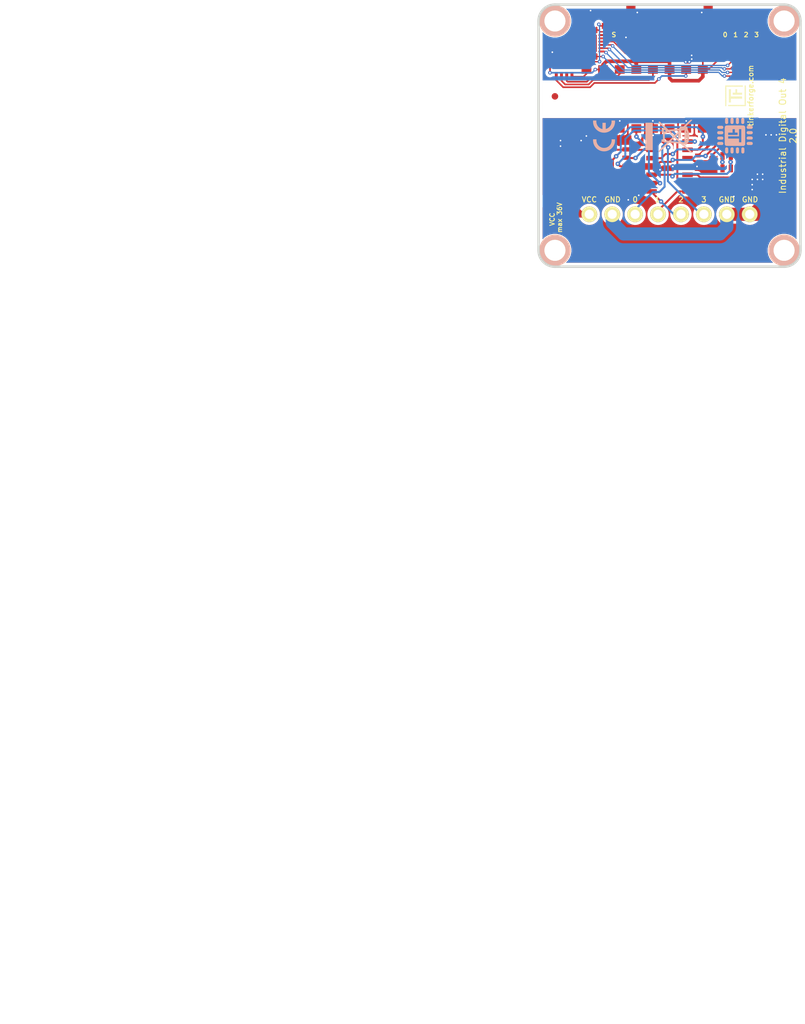
<source format=kicad_pcb>
(kicad_pcb (version 20221018) (generator pcbnew)
  (title_block (title "Industrial Digital Out 4 Bricklet 2.0") (date "2023-01-30") (rev "2.0") (company "Tinkerforge GmbH") (comment 1 "Licensed under CERN OHL v.1.1") (comment 2 "Copyright (©) 2023, T.Schneidermann <tim@tinkerforge.com>"))
  (layers (0 "F.Cu" signal "Front") (31 "B.Cu" signal "Back") (34 "B.Paste" user) (35 "F.Paste" user) (36 "B.SilkS" user "B.Silkscreen") (37 "F.SilkS" user "F.Silkscreen") (38 "B.Mask" user) (39 "F.Mask" user) (44 "Edge.Cuts" user))
  (net 0 "")
  (net 1 "3V3")
  (net 2 "AGND")
  (net 3 "GND")
  (net 4 "OUTPUT1")
  (net 5 "OUTPUT2")
  (net 6 "OUTPUT3")
  (net 7 "OUTPUT4")
  (net 8 "VPP")
  (net 9 "Net-(D1-Pad2)")
  (net 10 "Net-(P1-Pad1)")
  (net 11 "Net-(P1-Pad4)")
  (net 12 "Net-(P1-Pad5)")
  (net 13 "Net-(P1-Pad6)")
  (net 14 "Net-(P2-Pad2)")
  (net 15 "Net-(P2-Pad3)")
  (net 16 "Net-(P2-Pad4)")
  (net 17 "Net-(P2-Pad5)")
  (net 18 "Net-(P2-Pad6)")
  (net 19 "Net-(RP2-Pad1)")
  (net 20 "Net-(RP2-Pad2)")
  (net 21 "Net-(RP2-Pad3)")
  (net 22 "Net-(RP2-Pad4)")
  (net 23 "Net-(RP3-Pad1)")
  (net 24 "Net-(RP3-Pad2)")
  (net 25 "Net-(RP3-Pad3)")
  (net 26 "Net-(RP3-Pad4)")
  (net 27 "Net-(C4-Pad1)")
  (net 28 "Net-(D2-Pad2)")
  (net 29 "Net-(P3-Pad1)")
  (net 30 "Net-(P4-Pad2)")
  (net 31 "Net-(R2-Pad1)")
  (net 32 "S-MISO")
  (net 33 "S-MOSI")
  (net 34 "S-CLK")
  (net 35 "S-CS")
  (net 36 "Net-(U1-Pad3)")
  (net 37 "Net-(U1-Pad5)")
  (net 38 "Net-(U1-Pad6)")
  (net 39 "Net-(U1-Pad8)")
  (net 40 "Net-(U1-Pad4)")
  (net 41 "Net-(D3-Pad2)")
  (net 42 "Net-(D4-Pad2)")
  (net 43 "Net-(D5-Pad2)")
  (net 44 "Net-(D6-Pad2)")
  (net 45 "Net-(RP6-Pad1)")
  (net 46 "Net-(RP6-Pad2)")
  (net 47 "Net-(RP6-Pad3)")
  (net 48 "Net-(RP6-Pad4)")
  (net 49 "Net-(RP1-Pad1)")
  (net 50 "Net-(RP1-Pad2)")
  (net 51 "Net-(RP1-Pad3)")
  (net 52 "Net-(RP1-Pad4)")
  (net 53 "Net-(U1-Pad15)")
  (net 54 "Net-(U1-Pad16)")
  (footprint "kicad-libraries:Fiducial_Mark" (layer "F.Cu") (at 98.5 68)
    (fp_text reference "Fiducial_Mark" hide)
    (fp_text value "VAL**" hide)
  )
  (footprint "kicad-libraries:Fiducial_Mark" (layer "F.Cu") (at 133 44)
    (fp_text reference "Fiducial_Mark" hide)
    (fp_text value "VAL**" hide)
  )
  (footprint "kicad-libraries:Logo_31x31" (layer "F.Cu") (at 125.50106 53.5008 90)
    (fp_text reference "G***" hide)
    (fp_text value "Logo_31x31" hide)
  )
  (footprint "kicad-libraries:DEBUG_PAD" (layer "F.Cu") (at 105.5 40.2)
    (fp_text reference "P3")
    (fp_text value "DEBUG")
  )
  (footprint "kicad-libraries:QFN24-4x4mm-0.5mm" (layer "F.Cu") (at 104.6 43.9 -90)
    (fp_text reference "U1")
    (fp_text value "XMC1100")
  )
  (footprint "kicad-libraries:C0805" (layer "F.Cu") (at 118.9 44.5)
    (fp_text reference "C1")
    (fp_text value "10uF")
  )
  (footprint "kicad-libraries:C0805" (layer "F.Cu") (at 112.2 65.1 -90)
    (fp_text reference "C2")
    (fp_text value "100nF")
  )
  (footprint "kicad-libraries:ELKO_83" (layer "F.Cu") (at 101.9 62.2 -90)
    (fp_text reference "C3")
    (fp_text value "68µF/50V")
  )
  (footprint "kicad-libraries:C0402F" (layer "F.Cu") (at 111.6 43 180)
    (fp_text reference "C4")
    (fp_text value "220pF")
  )
  (footprint "kicad-libraries:C0603F" (layer "F.Cu") (at 118.9 46)
    (fp_text reference "C5")
    (fp_text value "1uF")
  )
  (footprint "kicad-libraries:C0603F" (layer "F.Cu") (at 99.8 44.5 180)
    (fp_text reference "C6")
    (fp_text value "100nF")
  )
  (footprint "kicad-libraries:MiniMelf" (layer "F.Cu") (at 132.5 60.8 90)
    (fp_text reference "D1")
    (fp_text value "Z12V")
  )
  (footprint "kicad-libraries:D0603F" (layer "F.Cu") (at 108.5 40.5 90)
    (fp_text reference "D2")
    (fp_text value "blue")
  )
  (footprint "kicad-libraries:D0603F" (layer "F.Cu") (at 125.5 40.5 -90)
    (fp_text reference "D3")
    (fp_text value "blue")
  )
  (footprint "kicad-libraries:D0603F" (layer "F.Cu") (at 127.1 40.5 -90)
    (fp_text reference "D4")
    (fp_text value "blue")
  )
  (footprint "kicad-libraries:D0603F" (layer "F.Cu") (at 128.7 40.5 -90)
    (fp_text reference "D5")
    (fp_text value "blue")
  )
  (footprint "kicad-libraries:D0603F" (layer "F.Cu") (at 130.3 40.5 -90)
    (fp_text reference "D6")
    (fp_text value "blue")
  )
  (footprint "kicad-libraries:CON-SENSOR2" (layer "F.Cu") (at 117 38 180)
    (fp_text reference "P1")
    (fp_text value "CON-SENSOR2")
  )
  (footprint "kicad-libraries:OQ_8P" (layer "F.Cu") (at 117 70)
    (fp_text reference "P2")
    (fp_text value "Digital Output")
  )
  (footprint "kicad-libraries:SolderJumper" (layer "F.Cu") (at 103.8 39.4 -90)
    (fp_text reference "P4")
    (fp_text value "BOOT")
  )
  (footprint "kicad-libraries:SOT23GDS" (layer "F.Cu") (at 132.2 66.7)
    (fp_text reference "Q1")
    (fp_text value "FDN5630")
  )
  (footprint "kicad-libraries:R0603F" (layer "F.Cu") (at 130.6 61.7 -90)
    (fp_text reference "R1")
    (fp_text value "100k")
  )
  (footprint "kicad-libraries:R0603F" (layer "F.Cu") (at 107.1 40.5 90)
    (fp_text reference "R2")
    (fp_text value "1k")
  )
  (footprint "kicad-libraries:0603X4" (layer "F.Cu") (at 100.9 48.1 180)
    (fp_text reference "RP1")
    (fp_text value "1k")
  )
  (footprint "kicad-libraries:1206X4" (layer "F.Cu") (at 108.8 62 90)
    (fp_text reference "RP2")
    (fp_text value "12k")
  )
  (footprint "kicad-libraries:1206X4" (layer "F.Cu") (at 127 59.5)
    (fp_text reference "RP3")
    (fp_text value "10k")
  )
  (footprint "kicad-libraries:1206X4" (layer "F.Cu") (at 127 64.6)
    (fp_text reference "RP4")
    (fp_text value "10k")
  )
  (footprint "kicad-libraries:4X0402" (layer "F.Cu") (at 111.8 44.7 90)
    (fp_text reference "RP5")
    (fp_text value "82")
  )
  (footprint "kicad-libraries:0603X4" (layer "F.Cu") (at 127.9 44.9 180)
    (fp_text reference "RP6")
    (fp_text value "1k")
  )
  (footprint "kicad-libraries:OPTO-SMD16" (layer "F.Cu") (at 113.2 52.4 180)
    (fp_text reference "U2")
    (fp_text value "LTV846S")
  )
  (footprint "kicad-libraries:SOP14" (layer "F.Cu") (at 116.99996 62.7 -90)
    (fp_text reference "U3")
    (fp_text value "OPA4171AIDR")
  )
  (footprint "kicad-libraries:DRILL_NP" (layer "F.Cu") (at 134.5 40.5)
    (fp_text reference "U4" hide)
    (fp_text value "DRILL" hide)
  )
  (footprint "kicad-libraries:DRILL_NP" (layer "F.Cu") (at 134.5 75.5)
    (fp_text reference "U5" hide)
    (fp_text value "DRILL" hide)
  )
  (footprint "kicad-libraries:DRILL_NP" (layer "F.Cu") (at 99.5 75.5)
    (fp_text reference "U6" hide)
    (fp_text value "DRILL" hide)
  )
  (footprint "kicad-libraries:DRILL_NP" (layer "F.Cu") (at 99.5 40.5)
    (fp_text reference "U7" hide)
    (fp_text value "DRILL" hide)
  )
  (footprint "kicad-libraries:Fiducial_Mark" (layer "F.Cu") (at 99.5 52)
    (fp_text reference "Fiducial_Mark" hide)
    (fp_text value "VAL**" hide)
  )
  (footprint "kicad-libraries:WEEE_7mm" (layer "B.Cu") (at 116.90106 58.1008 90)
    (fp_text reference "VAL" hide)
    (fp_text value "WEEE_7mm" hide)
  )
  (footprint "kicad-libraries:CE_5mm" (layer "B.Cu") (at 107.00106 58.0008 90)
    (fp_text reference "VAL" hide)
    (fp_text value "CE_5mm" hide)
  )
  (footprint "kicad-libraries:Logo_CoMCU" (layer "B.Cu") (at 127.00106 58.0008 90)
    (fp_text reference "G***" hide)
    (fp_text value "LOGO" hide)
  )
  (gr_arc (start 99.5 78) (mid 97.732233 77.267767) (end 97 75.5) (stroke (width 0.381)) (layer "Edge.Cuts"))
  (gr_line (start 99.5 38) (end 134.5 38) (stroke (width 0.381)) (layer "Edge.Cuts"))
  (gr_arc (start 137 75.5) (mid 136.267767 77.267767) (end 134.5 78) (stroke (width 0.381)) (layer "Edge.Cuts"))
  (gr_line (start 97 75.5) (end 97 40.5) (stroke (width 0.381)) (layer "Edge.Cuts"))
  (gr_arc (start 97 40.5) (mid 97.732233 38.732233) (end 99.5 38) (stroke (width 0.381)) (layer "Edge.Cuts"))
  (gr_line (start 134.5 78) (end 99.5 78) (stroke (width 0.381)) (layer "Edge.Cuts"))
  (gr_line (start 137 40.5) (end 137 75.5) (stroke (width 0.381)) (layer "Edge.Cuts"))
  (gr_arc (start 134.5 38) (mid 136.267767 38.732233) (end 137 40.5) (stroke (width 0.381)) (layer "Edge.Cuts"))
  (gr_text "GND" (at 125.75026 67.75102) (layer "F.SilkS") (effects (font (size 0.8001 0.8001) (thickness 0.14986))))
  (gr_text "S" (at 108.50106 42.6008) (layer "F.SilkS") (effects (font (size 0.7 0.7))))
  (gr_text "3" (at 122.25014 67.75102) (layer "F.SilkS") (effects (font (size 0.8001 0.8001) (thickness 0.14986))))
  (gr_text "0" (at 125.50106 42.6008) (layer "F.SilkS") (effects (font (size 0.7 0.7))))
  (gr_text "Industrial Digital Out 4\n2.0" (at 135.09106 58.0108 90) (layer "F.SilkS") (effects (font (size 1 1))))
  (gr_text "3\n" (at 130.29984 42.6008) (layer "F.SilkS") (effects (font (size 0.7 0.7))))
  (gr_text "GND" (at 129.30118 67.75102) (layer "F.SilkS") (effects (font (size 0.8001 0.8001) (thickness 0.14986))))
  (gr_text "VCC" (at 104.74954 67.75102) (layer "F.SilkS") (effects (font (size 0.8001 0.8001) (thickness 0.14986))))
  (gr_text "1" (at 115.15084 67.75102) (layer "F.SilkS") (effects (font (size 0.8001 0.8001) (thickness 0.14986))))
  (gr_text "GND" (at 108.30046 67.75102) (layer "F.SilkS") (effects (font (size 0.8001 0.8001) (thickness 0.14986))))
  (gr_text "0" (at 111.74978 67.75102) (layer "F.SilkS") (effects (font (size 0.8001 0.8001) (thickness 0.14986))))
  (gr_text "tinkerforge.com" (at 129.40106 51.9008 90) (layer "F.SilkS") (effects (font (size 0.8001 0.8001) (thickness 0.14986))))
  (gr_text "2" (at 118.75002 67.75102) (layer "F.SilkS") (effects (font (size 0.8001 0.8001) (thickness 0.14986))))
  (gr_text "1" (at 127.09984 42.6008) (layer "F.SilkS") (effects (font (size 0.7 0.7))))
  (gr_text "2" (at 128.69984 42.6008) (layer "F.SilkS") (effects (font (size 0.7 0.7))))
  (gr_text "VCC \nmax 36V" (at 99.64922 70.4993 90) (layer "F.SilkS") (effects (font (size 0.70104 0.70104) (thickness 0.14986))))
  (segment (start 128.69984 39.7508) (end 127.09984 39.7508) (width 0.55) (layer "F.Cu") (net 1))
  (segment (start 127.09984 39.7508) (end 125.49984 39.7508) (width 0.55) (layer "F.Cu") (net 1))
  (segment (start 117.40984 46.0008) (end 117.00758 46.40306) (width 0.55) (layer "F.Cu") (net 1))
  (segment (start 117.00758 46.40306) (end 117.00758 47.90092) (width 0.55) (layer "F.Cu") (net 1))
  (segment (start 118.24984 43.6308) (end 117.89908 43.98156) (width 0.55) (layer "F.Cu") (net 1))
  (segment (start 117.89908 43.98156) (end 117.89908 44.5008) (width 0.55) (layer "F.Cu") (net 1))
  (segment (start 117.89908 45.15004) (end 118.14984 45.4008) (width 0.55) (layer "F.Cu") (net 1))
  (segment (start 118.14984 45.4008) (end 118.14984 46.0008) (width 0.55) (layer "F.Cu") (net 1))
  (segment (start 106.85266 47.16798) (end 107.36984 46.6508) (width 0.55) (layer "F.Cu") (net 1))
  (segment (start 107.36984 46.6508) (end 111.61984 46.6508) (width 0.55) (layer "F.Cu") (net 1))
  (segment (start 111.61984 46.6508) (end 111.93266 46.96362) (width 0.55) (layer "F.Cu") (net 1))
  (segment (start 111.93266 46.96362) (end 111.93266 47.90092) (width 0.55) (layer "F.Cu") (net 1))
  (segment (start 116.75984 46.6508) (end 117.00758 46.40306) (width 0.55) (layer "F.Cu") (net 1))
  (segment (start 117.00758 49.22854) (end 117.38984 49.6108) (width 0.55) (layer "F.Cu") (net 1))
  (segment (start 117.38984 49.6108) (end 121.47984 49.6108) (width 0.55) (layer "F.Cu") (net 1))
  (segment (start 121.47984 49.6108) (end 122.08758 49.00306) (width 0.55) (layer "F.Cu") (net 1))
  (segment (start 122.08758 49.00306) (end 122.08758 47.90092) (width 0.55) (layer "F.Cu") (net 1))
  (segment (start 122.95972 47.90092) (end 124.51984 46.3408) (width 0.25) (layer "F.Cu") (net 1))
  (segment (start 124.51984 46.3408) (end 124.51984 40.1408) (width 0.25) (layer "F.Cu") (net 1))
  (segment (start 124.51984 40.1408) (end 124.90984 39.7508) (width 0.25) (layer "F.Cu") (net 1))
  (segment (start 124.90984 39.7508) (end 125.49984 39.7508) (width 0.25) (layer "F.Cu") (net 1))
  (segment (start 101.64984 44.1508) (end 101.26984 44.5308) (width 0.25) (layer "F.Cu") (net 1))
  (segment (start 101.26984 44.5308) (end 100.59984 44.5308) (width 0.25) (layer "F.Cu") (net 1))
  (segment (start 121.57984 41.2508) (end 122.08758 41.75854) (width 0.25) (layer "F.Cu") (net 1))
  (segment (start 122.08758 41.75854) (end 122.08758 47.90092) (width 0.25) (layer "F.Cu") (net 1))
  (segment (start 105.67094 47.90092) (end 105.66106 47.9108) (width 0.25) (layer "F.Cu") (net 1))
  (segment (start 98.74106 48.3908) (end 98.75106 48.3808) (width 0.25) (layer "F.Cu") (net 1))
  (segment (start 98.75106 48.3808) (end 98.75106 46.9308) (width 0.25) (layer "F.Cu") (net 1))
  (segment (start 98.75106 46.9308) (end 100.59984 45.08202) (width 0.25) (layer "F.Cu") (net 1))
  (segment (start 100.59984 45.08202) (end 100.59984 44.5308) (width 0.25) (layer "F.Cu") (net 1))
  (segment (start 111.61984 46.6508) (end 116.75984 46.6508) (width 0.55) (layer "F.Cu") (net 1))
  (segment (start 130.29984 39.7508) (end 128.69984 39.7508) (width 0.55) (layer "F.Cu") (net 1))
  (segment (start 102.57484 44.1508) (end 101.64984 44.1508) (width 0.25) (layer "F.Cu") (net 1))
  (segment (start 122.08758 47.90092) (end 122.95972 47.90092) (width 0.25) (layer "F.Cu") (net 1))
  (segment (start 108.49984 41.2508) (end 121.57984 41.2508) (width 0.25) (layer "F.Cu") (net 1))
  (segment (start 106.85266 47.90092) (end 106.85266 47.16798) (width 0.55) (layer "F.Cu") (net 1))
  (segment (start 118.24984 42.6008) (end 118.24984 43.6308) (width 0.55) (layer "F.Cu") (net 1))
  (segment (start 117.89908 44.5008) (end 117.89908 45.15004) (width 0.55) (layer "F.Cu") (net 1))
  (segment (start 118.14984 46.0008) (end 117.40984 46.0008) (width 0.55) (layer "F.Cu") (net 1))
  (segment (start 106.85266 47.90092) (end 105.67094 47.90092) (width 0.25) (layer "F.Cu") (net 1))
  (segment (start 117.00758 47.90092) (end 117.00758 49.22854) (width 0.55) (layer "F.Cu") (net 1))
  (via (at 98.74106 48.3908) (size 0.55) (drill 0.25) (layers "F.Cu" "B.Cu") (net 1))
  (via (at 105.66106 47.9108) (size 0.55) (drill 0.25) (layers "F.Cu" "B.Cu") (net 1))
  (segment (start 105.66106 47.9108) (end 105.18106 48.3908) (width 0.25) (layer "B.Cu") (net 1))
  (segment (start 105.18106 48.3908) (end 98.74106 48.3908) (width 0.25) (layer "B.Cu") (net 1))
  (segment (start 125.07706 66.92584) (end 125.07706 66.17654) (width 0.29972) (layer "F.Cu") (net 2))
  (segment (start 125.43012 67.2789) (end 125.07706 66.92584) (width 0.29972) (layer "F.Cu") (net 2))
  (segment (start 112.25016 66.15082) (end 112.25016 67.04998) (width 1.00076) (layer "F.Cu") (net 2))
  (segment (start 100.35026 58.74926) (end 101.89966 58.74926) (width 0.29972) (layer "F.Cu") (net 2))
  (segment (start 128.07934 66.17654) (end 128.88198 66.17654) (width 0.29972) (layer "F.Cu") (net 2))
  (segment (start 119.54758 56.8976) (end 119.54758 55.75206) (width 0.29972) (layer "F.Cu") (net 2))
  (segment (start 129.62874 66.22988) (end 129.62874 65.8819) (width 0.29972) (layer "F.Cu") (net 2))
  (segment (start 114.46758 55.7673) (end 114.46758 56.8976) (width 0.29972) (layer "F.Cu") (net 2))
  (segment (start 114.46758 57.91614) (end 114.46758 56.8976) (width 0.29972) (layer "F.Cu") (net 2))
  (segment (start 131.22894 63.88038) (end 131.22894 64.68048) (width 1.00076) (layer "F.Cu") (net 2))
  (segment (start 109.39266 56.8976) (end 109.39266 55.75714) (width 0.29972) (layer "F.Cu") (net 2))
  (segment (start 111.39926 67.10078) (end 110.70076 67.79928) (width 1.00076) (layer "F.Cu") (net 2))
  (segment (start 132.52942 57.8809) (end 132.52942 58.92992) (width 1.00076) (layer "F.Cu") (net 2))
  (segment (start 132.52942 57.8809) (end 133.32952 57.8809) (width 1.00076) (layer "F.Cu") (net 2))
  (segment (start 104.31266 58.03806) (end 104.31266 56.8976) (width 0.29972) (layer "F.Cu") (net 2))
  (segment (start 114.4498 55.74952) (end 114.46758 55.7673) (width 0.29972) (layer "F.Cu") (net 2))
  (segment (start 127.59166 67.2789) (end 126.82966 67.2789) (width 0.29972) (layer "F.Cu") (net 2))
  (segment (start 126.34706 67.26112) (end 126.32928 67.2789) (width 0.29972) (layer "F.Cu") (net 2))
  (segment (start 100.35026 59.60016) (end 100.35026 58.74926) (width 0.29972) (layer "F.Cu") (net 2))
  (segment (start 129.62874 65.48058) (end 129.62874 64.68048) (width 1.00076) (layer "F.Cu") (net 2))
  (segment (start 129.62874 64.68048) (end 130.42884 64.68048) (width 1.00076) (layer "F.Cu") (net 2))
  (segment (start 126.34706 66.17654) (end 126.34706 67.26112) (width 0.29972) (layer "F.Cu") (net 2))
  (segment (start 126.32928 67.2789) (end 125.43012 67.2789) (width 0.29972) (layer "F.Cu") (net 2))
  (segment (start 119.74824 62.69896) (end 121.20112 62.69896) (width 0.29972) (layer "F.Cu") (net 2))
  (segment (start 109.39266 55.75714) (end 109.40028 55.74952) (width 0.29972) (layer "F.Cu") (net 2))
  (segment (start 114.5006 57.94916) (end 114.46758 57.91614) (width 0.29972) (layer "F.Cu") (net 2))
  (segment (start 130.42884 63.88038) (end 131.22894 63.88038) (width 1.00076) (layer "F.Cu") (net 2))
  (segment (start 101.89966 58.74926) (end 103.49986 58.74926) (width 0.29972) (layer "F.Cu") (net 2))
  (segment (start 126.34706 66.17654) (end 127.61198 66.17654) (width 0.29972) (layer "F.Cu") (net 2))
  (segment (start 129.62874 65.8819) (end 129.3341 66.17654) (width 1.00076) (layer "F.Cu") (net 2))
  (segment (start 131.72932 57.8809) (end 132.52942 57.8809) (width 1.00076) (layer "F.Cu") (net 2))
  (segment (start 128.88198 67.02744) (end 128.88198 66.17654) (width 0.29972) (layer "F.Cu") (net 2))
  (segment (start 131.24164 65.66346) (end 131.24164 64.69318) (width 1.00076) (layer "F.Cu") (net 2))
  (segment (start 116.05 62.69896) (end 115.54962 63.19934) (width 0.29972) (layer "F.Cu") (net 2))
  (segment (start 130.42884 64.68048) (end 130.42884 63.88038) (width 1.00076) (layer "F.Cu") (net 2))
  (segment (start 128.6102 67.29922) (end 128.88198 67.02744) (width 0.29972) (layer "F.Cu") (net 2))
  (segment (start 112.30096 67.10078) (end 111.39926 67.10078) (width 1.00076) (layer "F.Cu") (net 2))
  (segment (start 129.3341 66.17654) (end 128.88198 66.17654) (width 1.00076) (layer "F.Cu") (net 2))
  (segment (start 131.24164 64.69318) (end 131.22894 64.68048) (width 1.00076) (layer "F.Cu") (net 2))
  (segment (start 117.50034 62.69896) (end 116.05 62.69896) (width 0.29972) (layer "F.Cu") (net 2))
  (segment (start 127.61198 66.17654) (end 128.07934 66.17654) (width 0.29972) (layer "F.Cu") (net 2))
  (segment (start 127.61198 67.29922) (end 127.59166 67.2789) (width 0.29972) (layer "F.Cu") (net 2))
  (segment (start 126.82966 67.2789) (end 126.32928 67.2789) (width 0.29972) (layer "F.Cu") (net 2))
  (segment (start 127.61198 67.29922) (end 128.6102 67.29922) (width 0.29972) (layer "F.Cu") (net 2))
  (segment (start 112.25016 67.04998) (end 112.30096 67.10078) (width 1.00076) (layer "F.Cu") (net 2))
  (segment (start 119.54758 55.75206) (end 119.55012 55.74952) (width 0.29972) (layer "F.Cu") (net 2))
  (segment (start 125.07706 66.17654) (end 126.34706 66.17654) (width 0.29972) (layer "F.Cu") (net 2))
  (segment (start 126.34706 67.26112) (end 126.32928 67.2789) (width 0.29972) (layer "F.Cu") (net 2))
  (segment (start 127.61198 66.17654) (end 127.61198 67.29922) (width 0.29972) (layer "F.Cu") (net 2))
  (segment (start 104.29996 58.05076) (end 104.31266 58.03806) (width 0.29972) (layer "F.Cu") (net 2))
  (via (at 131.22894 63.88038) (size 0.70104) (drill 0.24892) (layers "F.Cu" "B.Cu") (net 2))
  (via (at 132.52942 57.8809) (size 0.70104) (drill 0.24892) (layers "F.Cu" "B.Cu") (net 2))
  (via (at 114.5006 57.94916) (size 0.70104) (drill 0.24892) (layers "F.Cu" "B.Cu") (net 2))
  (via (at 117.50034 62.69896) (size 0.70104) (drill 0.24892) (layers "F.Cu" "B.Cu") (net 2))
  (via (at 129.62874 66.22988) (size 0.70104) (drill 0.24892) (layers "F.Cu" "B.Cu") (net 2))
  (via (at 126.82966 67.2789) (size 0.70104) (drill 0.24892) (layers "F.Cu" "B.Cu") (net 2))
  (via (at 109.40028 55.74952) (size 0.70104) (drill 0.24892) (layers "F.Cu" "B.Cu") (net 2))
  (via (at 100.35026 59.60016) (size 0.70104) (drill 0.24892) (layers "F.Cu" "B.Cu") (net 2))
  (via (at 100.35026 58.74926) (size 0.70104) (drill 0.24892) (layers "F.Cu" "B.Cu") (net 2))
  (via (at 104.29996 58.05076) (size 0.70104) (drill 0.24892) (layers "F.Cu" "B.Cu") (net 2))
  (via (at 119.55012 55.74952) (size 0.70104) (drill 0.24892) (layers "F.Cu" "B.Cu") (net 2))
  (via (at 130.42884 64.68048) (size 0.70104) (drill 0.24892) (layers "F.Cu" "B.Cu") (net 2))
  (via (at 130.42884 63.88038) (size 0.70104) (drill 0.24892) (layers "F.Cu" "B.Cu") (net 2))
  (via (at 133.32952 57.8809) (size 0.70104) (drill 0.24892) (layers "F.Cu" "B.Cu") (net 2))
  (via (at 129.62874 65.48058) (size 0.70104) (drill 0.24892) (layers "F.Cu" "B.Cu") (net 2))
  (via (at 131.22894 64.68048) (size 0.70104) (drill 0.24892) (layers "F.Cu" "B.Cu") (net 2))
  (via (at 110.70076 67.79928) (size 0.70104) (drill 0.24892) (layers "F.Cu" "B.Cu") (net 2))
  (via (at 129.62874 64.68048) (size 0.70104) (drill 0.24892) (layers "F.Cu" "B.Cu") (net 2))
  (via (at 103.49986 58.74926) (size 0.70104) (drill 0.24892) (layers "F.Cu" "B.Cu") (net 2))
  (via (at 112.30096 67.10078) (size 0.70104) (drill 0.24892) (layers "F.Cu" "B.Cu") (net 2))
  (via (at 121.20112 62.69896) (size 0.70104) (drill 0.24892) (layers "F.Cu" "B.Cu") (net 2))
  (via (at 115.54962 63.19934) (size 0.70104) (drill 0.24892) (layers "F.Cu" "B.Cu") (net 2))
  (via (at 114.4498 55.74952) (size 0.70104) (drill 0.24892) (layers "F.Cu" "B.Cu") (net 2))
  (via (at 131.72932 57.8809) (size 0.70104) (drill 0.24892) (layers "F.Cu" "B.Cu") (net 2))
  (segment (start 130.39804 55.74952) (end 132.52942 57.8809) (width 1) (layer "B.Cu") (net 2))
  (segment (start 104.19836 58.05076) (end 104.29996 58.05076) (width 0.29972) (layer "B.Cu") (net 2))
  (segment (start 128.14106 55.74952) (end 130.39804 55.74952) (width 1) (layer "B.Cu") (net 2))
  (segment (start 107.09904 58.05076) (end 104.29996 58.05076) (width 0.29972) (layer "B.Cu") (net 2))
  (segment (start 132.52942 57.8809) (end 132.52942 62.5799) (width 1.00076) (layer "B.Cu") (net 2))
  (segment (start 109.40028 55.74952) (end 114.4498 55.74952) (width 0.29972) (layer "B.Cu") (net 2))
  (segment (start 115.00098 62.6507) (end 115.00098 58.44954) (width 0.29972) (layer "B.Cu") (net 2))
  (segment (start 103.49986 65.19832) (end 103.49986 58.74926) (width 0.29972) (layer "B.Cu") (net 2))
  (segment (start 132.52942 62.5799) (end 131.22894 63.88038) (width 1.00076) (layer "B.Cu") (net 2))
  (segment (start 119.55012 55.74952) (end 114.4498 55.74952) (width 0.29972) (layer "B.Cu") (net 2))
  (segment (start 119.55012 55.74952) (end 128.14106 55.74952) (width 1.00076) (layer "B.Cu") (net 2))
  (segment (start 130.37804 55.72952) (end 132.52942 57.8809) (width 1.00076) (layer "B.Cu") (net 2))
  (segment (start 103.49986 58.74926) (end 104.19836 58.05076) (width 0.29972) (layer "B.Cu") (net 2))
  (segment (start 129.62874 65.48058) (end 129.62874 66.22988) (width 0.29972) (layer "B.Cu") (net 2))
  (segment (start 115.00098 58.44954) (end 114.5006 57.94916) (width 0.29972) (layer "B.Cu") (net 2))
  (segment (start 110.70076 67.79928) (end 106.10082 67.79928) (width 0.29972) (layer "B.Cu") (net 2))
  (segment (start 115.54962 63.19934) (end 115.00098 62.6507) (width 0.29972) (layer "B.Cu") (net 2))
  (segment (start 109.40028 55.74952) (end 107.09904 58.05076) (width 0.29972) (layer "B.Cu") (net 2))
  (segment (start 106.10082 67.79928) (end 103.49986 65.19832) (width 0.29972) (layer "B.Cu") (net 2))
  (segment (start 117.50034 62.69896) (end 121.20112 62.69896) (width 0.29972) (layer "B.Cu") (net 2))
  (segment (start 119.49984 43.5508) (end 119.9006 43.95156) (width 0.55) (layer "F.Cu") (net 3))
  (segment (start 119.9006 43.95156) (end 119.9006 44.5008) (width 0.55) (layer "F.Cu") (net 3))
  (segment (start 119.9006 45.25004) (end 119.64984 45.5008) (width 0.55) (layer "F.Cu") (net 3))
  (segment (start 119.64984 45.5008) (end 119.64984 46.0008) (width 0.55) (layer "F.Cu") (net 3))
  (segment (start 105.24984 43.2508) (end 105.24984 44.5508) (width 0.4) (layer "F.Cu") (net 3))
  (segment (start 105.24984 44.5508) (end 103.94984 44.5508) (width 0.4) (layer "F.Cu") (net 3))
  (segment (start 103.94984 44.5508) (end 103.94984 43.2508) (width 0.4) (layer "F.Cu") (net 3))
  (segment (start 103.54984 43.6508) (end 103.94984 43.2508) (width 0.25) (layer "F.Cu") (net 3))
  (segment (start 99.34984 43.6508) (end 99.09984 43.9008) (width 0.25) (layer "F.Cu") (net 3))
  (segment (start 99.09984 43.9008) (end 99.09984 44.5308) (width 0.25) (layer "F.Cu") (net 3))
  (segment (start 99.09984 45.25958) (end 99.10106 45.2608) (width 0.55) (layer "F.Cu") (net 3))
  (segment (start 104.15106 38.9108) (end 104.31106 39.0708) (width 0.2) (layer "F.Cu") (net 3))
  (segment (start 104.31106 39.0708) (end 104.31106 39.2408) (width 0.2) (layer "F.Cu") (net 3))
  (segment (start 104.31106 39.2408) (end 104.31106 39.1858) (width 0.2) (layer "F.Cu") (net 3))
  (segment (start 103.32106 38.9108) (end 103.19106 39.0408) (width 0.2) (layer "F.Cu") (net 3))
  (segment (start 103.19106 39.0408) (end 103.19106 39.2008) (width 0.2) (layer "F.Cu") (net 3))
  (segment (start 103.19106 39.2008) (end 103.21106 39.1858) (width 0.2) (layer "F.Cu") (net 3))
  (segment (start 120.13106 46.0008) (end 120.38106 45.7508) (width 0.55) (layer "F.Cu") (net 3))
  (segment (start 120.39106 46.3108) (end 120.08106 46.0008) (width 0.55) (layer "F.Cu") (net 3))
  (segment (start 120.03106 46.7208) (end 119.64984 46.33958) (width 0.55) (layer "F.Cu") (net 3))
  (segment (start 119.64984 46.55202) (end 119.47106 46.7308) (width 0.55) (layer "F.Cu") (net 3))
  (segment (start 120.02106 46.7308) (end 120.03106 46.7208) (width 0.55) (layer "F.Cu") (net 3))
  (segment (start 120.03106 46.6708) (end 120.39106 46.3108) (width 0.55) (layer "F.Cu") (net 3))
  (segment (start 120.38106 46.3008) (end 120.39106 46.3108) (width 0.55) (layer "F.Cu") (net 3))
  (segment (start 119.89984 45.7508) (end 119.64984 46.0008) (width 0.55) (layer "F.Cu") (net 3))
  (segment (start 111.09984 39.2008) (end 112.07984 39.2008) (width 0.55) (layer "F.Cu") (net 3))
  (segment (start 120.38106 45.7508) (end 120.38106 46.3008) (width 0.55) (layer "F.Cu") (net 3))
  (segment (start 119.64984 46.0008) (end 120.08106 46.0008) (width 0.55) (layer "F.Cu") (net 3))
  (segment (start 103.76106 38.9108) (end 104.94106 38.9108) (width 0.2) (layer "F.Cu") (net 3))
  (segment (start 119.9006 44.5008) (end 119.9006 45.25004) (width 0.55) (layer "F.Cu") (net 3))
  (segment (start 102.57484 43.6508) (end 99.34984 43.6508) (width 0.25) (layer "F.Cu") (net 3))
  (segment (start 119.64984 46.0008) (end 120.13106 46.0008) (width 0.55) (layer "F.Cu") (net 3))
  (segment (start 119.47106 46.17958) (end 119.47106 46.7308) (width 0.55) (layer "F.Cu") (net 3))
  (segment (start 99.09984 44.5308) (end 99.09984 45.25958) (width 0.55) (layer "F.Cu") (net 3))
  (segment (start 119.47106 46.7308) (end 120.02106 46.7308) (width 0.55) (layer "F.Cu") (net 3))
  (segment (start 120.38106 45.7508) (end 119.89984 45.7508) (width 0.55) (layer "F.Cu") (net 3))
  (segment (start 120.03106 46.7208) (end 120.03106 46.6708) (width 0.55) (layer "F.Cu") (net 3))
  (segment (start 103.94984 43.2508) (end 105.24984 43.2508) (width 0.4) (layer "F.Cu") (net 3))
  (segment (start 103.76106 38.9108) (end 104.15106 38.9108) (width 0.2) (layer "F.Cu") (net 3))
  (segment (start 103.76106 38.9108) (end 103.32106 38.9108) (width 0.2) (layer "F.Cu") (net 3))
  (segment (start 110.99984 43.0008) (end 110.34984 43.0008) (width 0.55) (layer "F.Cu") (net 3))
  (segment (start 119.64984 46.0008) (end 119.64984 46.33958) (width 0.55) (layer "F.Cu") (net 3))
  (segment (start 102.57484 43.6508) (end 103.54984 43.6508) (width 0.25) (layer "F.Cu") (net 3))
  (segment (start 119.49984 42.6008) (end 119.49984 43.5508) (width 0.55) (layer "F.Cu") (net 3))
  (segment (start 119.64984 46.55202) (end 119.64984 46.0008) (width 0.55) (layer "F.Cu") (net 3))
  (segment (start 122.89984 39.2008) (end 121.91984 39.2008) (width 0.55) (layer "F.Cu") (net 3))
  (via (at 104.94106 38.9108) (size 0.55) (drill 0.25) (layers "F.Cu" "B.Cu") (net 3))
  (via (at 112.07984 39.2008) (size 0.55) (drill 0.25) (layers "F.Cu" "B.Cu") (net 3))
  (via (at 121.91984 39.2008) (size 0.55) (drill 0.25) (layers "F.Cu" "B.Cu") (net 3))
  (via (at 120.38106 45.7508) (size 0.55) (drill 0.25) (layers "F.Cu" "B.Cu") (net 3))
  (via (at 120.03106 46.7208) (size 0.55) (drill 0.25) (layers "F.Cu" "B.Cu") (net 3))
  (via (at 119.47106 46.7308) (size 0.55) (drill 0.25) (layers "F.Cu" "B.Cu") (net 3))
  (via (at 99.10106 45.2608) (size 0.55) (drill 0.25) (layers "F.Cu" "B.Cu") (net 3))
  (via (at 110.34984 43.0008) (size 0.55) (drill 0.25) (layers "F.Cu" "B.Cu") (net 3))
  (via (at 120.39106 46.3108) (size 0.55) (drill 0.25) (layers "F.Cu" "B.Cu") (net 3))
  (segment (start 102.09872 46.62314) (end 102.32106 46.4008) (width 0.2) (layer "F.Cu") (net 4))
  (segment (start 102.32106 46.4008) (end 102.72106 46.4008) (width 0.2) (layer "F.Cu") (net 4))
  (segment (start 102.72106 46.4008) (end 103.14106 46.8208) (width 0.2) (layer "F.Cu") (net 4))
  (segment (start 103.14106 46.8208) (end 103.63106 46.8208) (width 0.2) (layer "F.Cu") (net 4))
  (segment (start 103.63106 46.8208) (end 103.84984 46.60202) (width 0.2) (layer "F.Cu") (net 4))
  (segment (start 103.84984 46.60202) (end 103.84984 45.9258) (width 0.2) (layer "F.Cu") (net 4))
  (segment (start 102.09872 47.2999) (end 102.09872 46.62314) (width 0.2) (layer "F.Cu") (net 4))
  (segment (start 102.14484 45.9258) (end 101.29862 46.77202) (width 0.2) (layer "F.Cu") (net 5))
  (segment (start 101.29862 46.77202) (end 101.29862 47.2999) (width 0.2) (layer "F.Cu") (net 5))
  (segment (start 103.34984 45.9258) (end 102.14484 45.9258) (width 0.2) (layer "F.Cu") (net 5))
  (segment (start 102.10106 45.1508) (end 100.50106 46.7508) (width 0.2) (layer "F.Cu") (net 6))
  (segment (start 100.50106 46.7508) (end 100.50106 47.2999) (width 0.2) (layer "F.Cu") (net 6))
  (segment (start 102.57484 45.1508) (end 102.10106 45.1508) (width 0.2) (layer "F.Cu") (net 6))
  (segment (start 99.70096 46.8509) (end 99.70096 47.2999) (width 0.2) (layer "F.Cu") (net 7))
  (segment (start 99.70096 46.8009) (end 101.85106 44.6508) (width 0.2) (layer "F.Cu") (net 7))
  (segment (start 101.85106 44.6508) (end 102.57484 44.6508) (width 0.2) (layer "F.Cu") (net 7))
  (segment (start 99.70096 47.2999) (end 99.70096 46.8009) (width 0.2) (layer "F.Cu") (net 7))
  (segment (start 124.52842 57.88344) (end 124.0002 58.41166) (width 0.3) (layer "F.Cu") (net 8))
  (segment (start 124.0002 58.41166) (end 124.0002 58.90166) (width 0.3) (layer "F.Cu") (net 8))
  (segment (start 126.1337 57.88344) (end 125.28534 57.88344) (width 0.29972) (layer "F.Cu") (net 8))
  (segment (start 130.6295 58.87912) (end 129.63382 57.88344) (width 0.29972) (layer "F.Cu") (net 8))
  (segment (start 113.10106 62.69896) (end 112.25016 63.54986) (width 1.00076) (layer "F.Cu") (net 8))
  (segment (start 101.89966 68.50032) (end 101.89966 65.7495) (width 1.00076) (layer "F.Cu") (net 8))
  (segment (start 126.34706 57.88344) (end 126.1337 57.88344) (width 0.29972) (layer "F.Cu") (net 8))
  (segment (start 107.15238 60.14626) (end 107.15238 61.41626) (width 0.50038) (layer "F.Cu") (net 8))
  (segment (start 128.88198 57.88344) (end 128.42478 57.88344) (width 0.29972) (layer "F.Cu") (net 8))
  (segment (start 107.15238 63.95118) (end 107.15238 64.45156) (width 0.50038) (layer "F.Cu") (net 8))
  (segment (start 107.15238 61.41626) (end 107.15238 62.68118) (width 0.50038) (layer "F.Cu") (net 8))
  (segment (start 103.4008 70.00146) (end 101.89966 68.50032) (width 1.00076) (layer "F.Cu") (net 8))
  (segment (start 112.2019 64.1493) (end 111.25194 65.09926) (width 1.00076) (layer "F.Cu") (net 8))
  (segment (start 117.19808 62.00046) (end 117.4978 61.70074) (width 0.29972) (layer "F.Cu") (net 8))
  (segment (start 115.59788 62.00046) (end 117.19808 62.00046) (width 0.29972) (layer "F.Cu") (net 8))
  (segment (start 104.74954 70.00146) (end 103.4008 70.00146) (width 1.00076) (layer "F.Cu") (net 8))
  (segment (start 125.07706 57.88344) (end 124.52842 57.88344) (width 0.3) (layer "F.Cu") (net 8))
  (segment (start 107.15238 62.68118) (end 107.15238 63.95118) (width 0.50038) (layer "F.Cu") (net 8))
  (segment (start 125.28534 57.88344) (end 125.07706 57.88344) (width 0.29972) (layer "F.Cu") (net 8))
  (segment (start 107.80008 65.09926) (end 107.14984 65.7495) (width 1.00076) (layer "F.Cu") (net 8))
  (segment (start 124.0002 59.59762) (end 124.0002 58.90166) (width 0.29972) (layer "F.Cu") (net 8))
  (segment (start 117.4978 61.70074) (end 117.50034 61.70074) (width 0.29972) (layer "F.Cu") (net 8))
  (segment (start 111.25194 65.09926) (end 107.80008 65.09926) (width 1.00076) (layer "F.Cu") (net 8))
  (segment (start 107.14984 65.7495) (end 101.89966 65.7495) (width 1.00076) (layer "F.Cu") (net 8))
  (segment (start 107.15238 64.45156) (end 107.80008 65.09926) (width 0.50038) (layer "F.Cu") (net 8))
  (segment (start 129.63382 57.88344) (end 128.88198 57.88344) (width 0.29972) (layer "F.Cu") (net 8))
  (segment (start 128.42478 57.88344) (end 127.61198 57.88344) (width 0.29972) (layer "F.Cu") (net 8))
  (segment (start 122.49906 61.09876) (end 124.0002 59.59762) (width 0.29972) (layer "F.Cu") (net 8))
  (segment (start 127.61198 57.88344) (end 126.34706 57.88344) (width 0.29972) (layer "F.Cu") (net 8))
  (segment (start 130.6295 60.88064) (end 130.6295 58.87912) (width 0.29972) (layer "F.Cu") (net 8))
  (segment (start 114.25168 62.69896) (end 113.10106 62.69896) (width 1.00076) (layer "F.Cu") (net 8))
  (segment (start 114.89938 62.69896) (end 115.59788 62.00046) (width 0.29972) (layer "F.Cu") (net 8))
  (segment (start 114.25168 62.69896) (end 114.89938 62.69896) (width 0.29972) (layer "F.Cu") (net 8))
  (segment (start 112.25016 63.54986) (end 112.25016 64.1493) (width 1.00076) (layer "F.Cu") (net 8))
  (segment (start 112.25016 64.1493) (end 112.2019 64.1493) (width 1.00076) (layer "F.Cu") (net 8))
  (via (at 117.50034 61.70074) (size 0.70104) (drill 0.24892) (layers "F.Cu" "B.Cu") (net 8))
  (via (at 122.49906 61.09876) (size 0.70104) (drill 0.24892) (layers "F.Cu" "B.Cu") (net 8))
  (segment (start 121.003 61.09876) (end 122.49906 61.09876) (width 0.29972) (layer "B.Cu") (net 8))
  (segment (start 120.40102 61.70074) (end 121.003 61.09876) (width 0.29972) (layer "B.Cu") (net 8))
  (segment (start 117.50034 61.70074) (end 120.40102 61.70074) (width 0.29972) (layer "B.Cu") (net 8))
  (segment (start 130.77682 62.62816) (end 130.6295 62.48084) (width 0.29972) (layer "F.Cu") (net 9))
  (segment (start 133.01964 65.66346) (end 133.01964 63.11838) (width 0.29972) (layer "F.Cu") (net 9))
  (segment (start 132.52942 62.62816) (end 130.77682 62.62816) (width 0.29972) (layer "F.Cu") (net 9))
  (segment (start 133.01964 63.11838) (end 132.52942 62.62816) (width 0.29972) (layer "F.Cu") (net 9))
  (segment (start 116.99984 44.2508) (end 115.80054 45.4501) (width 0.2) (layer "F.Cu") (net 11))
  (segment (start 115.80054 45.4501) (end 112.37484 45.4501) (width 0.2) (layer "F.Cu") (net 11))
  (segment (start 116.99984 42.6008) (end 116.99984 44.2508) (width 0.2) (layer "F.Cu") (net 11))
  (segment (start 115.74984 44.1508) (end 114.95092 44.94972) (width 0.2) (layer "F.Cu") (net 12))
  (segment (start 114.95092 44.94972) (end 112.37484 44.94972) (width 0.2) (layer "F.Cu") (net 12))
  (segment (start 115.74984 42.6008) (end 115.74984 44.1508) (width 0.2) (layer "F.Cu") (net 12))
  (segment (start 114.49984 43.9008) (end 113.94876 44.45188) (width 0.2) (layer "F.Cu") (net 13))
  (segment (start 113.94876 44.45188) (end 112.37484 44.45188) (width 0.2) (layer "F.Cu") (net 13))
  (segment (start 114.49984 42.6008) (end 114.49984 43.9008) (width 0.2) (layer "F.Cu") (net 13))
  (segment (start 129.25038 70.00146) (end 130.31464 70.00146) (width 1.99898) (layer "F.Cu") (net 14))
  (segment (start 129.84464 69.98146) (end 132.13064 67.69546) (width 1.99898) (layer "F.Cu") (net 14))
  (segment (start 125.75026 70.00146) (end 129.25038 70.00146) (width 1.99898) (layer "F.Cu") (net 14))
  (segment (start 125.75026 71.94964) (end 125.75026 70.00146) (width 1.99898) (layer "B.Cu") (net 14))
  (segment (start 109.99972 72.99866) (end 124.70124 72.99866) (width 1.99898) (layer "B.Cu") (net 14))
  (segment (start 108.24966 71.2486) (end 109.99972 72.99866) (width 1.99898) (layer "B.Cu") (net 14))
  (segment (start 108.24966 70.00146) (end 108.24966 71.2486) (width 1.99898) (layer "B.Cu") (net 14))
  (segment (start 124.70124 72.99866) (end 125.75026 71.94964) (width 1.99898) (layer "B.Cu") (net 14))
  (segment (start 120.8506 58.89912) (end 120.84298 58.8915) (width 0.29972) (layer "F.Cu") (net 15))
  (segment (start 120.84298 58.8915) (end 119.74824 58.8915) (width 0.29972) (layer "F.Cu") (net 15))
  (via (at 120.8506 58.89912) (size 0.70104) (drill 0.24892) (layers "F.Cu" "B.Cu") (net 15))
  (segment (start 114.44726 66.6004) (end 115.44802 66.6004) (width 0.29972) (layer "B.Cu") (net 15))
  (segment (start 111.74978 69.29788) (end 114.44726 66.6004) (width 0.29972) (layer "B.Cu") (net 15))
  (segment (start 115.90014 59.64842) (end 116.64944 58.89912) (width 0.29972) (layer "B.Cu") (net 15))
  (segment (start 111.74978 70.00146) (end 111.74978 69.29788) (width 0.29972) (layer "B.Cu") (net 15))
  (segment (start 116.64944 58.89912) (end 120.8506 58.89912) (width 0.29972) (layer "B.Cu") (net 15))
  (segment (start 115.90014 61.8506) (end 115.90014 59.64842) (width 0.29972) (layer "B.Cu") (net 15))
  (segment (start 116.25066 62.20112) (end 115.90014 61.8506) (width 0.29972) (layer "B.Cu") (net 15))
  (segment (start 115.44802 66.6004) (end 116.25066 65.79776) (width 0.29972) (layer "B.Cu") (net 15))
  (segment (start 116.25066 65.79776) (end 116.25066 62.20112) (width 0.29972) (layer "B.Cu") (net 15))
  (segment (start 115.2499 69.45028) (end 115.2499 70.00146) (width 0.29972) (layer "F.Cu") (net 16))
  (segment (start 118.19376 66.50642) (end 115.2499 69.45028) (width 0.29972) (layer "F.Cu") (net 16))
  (segment (start 119.74824 66.50642) (end 118.19376 66.50642) (width 0.29972) (layer "F.Cu") (net 16))
  (segment (start 115.69948 68.05074) (end 114.25168 66.60294) (width 0.29972) (layer "F.Cu") (net 17))
  (segment (start 114.25168 66.60294) (end 114.25168 66.50642) (width 0.29972) (layer "F.Cu") (net 17))
  (via (at 115.69948 68.05074) (size 0.70104) (drill 0.24892) (layers "F.Cu" "B.Cu") (net 17))
  (segment (start 117.6502 70.00146) (end 115.69948 68.05074) (width 0.29972) (layer "B.Cu") (net 17))
  (segment (start 118.75002 70.00146) (end 117.6502 70.00146) (width 0.29972) (layer "B.Cu") (net 17))
  (segment (start 116.7993 59.80082) (end 115.88998 58.8915) (width 0.29972) (layer "F.Cu") (net 18))
  (segment (start 115.88998 58.8915) (end 114.25168 58.8915) (width 0.29972) (layer "F.Cu") (net 18))
  (via (at 116.7993 59.80082) (size 0.70104) (drill 0.24892) (layers "F.Cu" "B.Cu") (net 18))
  (segment (start 116.75104 61.40102) (end 116.75104 61.0505) (width 0.29972) (layer "B.Cu") (net 18))
  (segment (start 122.25014 70.00146) (end 121.80056 70.00146) (width 0.29972) (layer "B.Cu") (net 18))
  (segment (start 121.80056 70.00146) (end 116.75104 64.95194) (width 0.29972) (layer "B.Cu") (net 18))
  (segment (start 116.75104 64.95194) (end 116.75104 61.40102) (width 0.29972) (layer "B.Cu") (net 18))
  (segment (start 116.75104 61.0505) (end 116.75104 59.84908) (width 0.29972) (layer "B.Cu") (net 18))
  (segment (start 116.75104 59.84908) (end 116.7993 59.80082) (width 0.29972) (layer "B.Cu") (net 18))
  (segment (start 109.15136 63.95118) (end 108.35126 63.15108) (width 0.29972) (layer "F.Cu") (net 19))
  (segment (start 122.08758 59.3614) (end 122.08758 58.14982) (width 0.29972) (layer "F.Cu") (net 19))
  (segment (start 110.3477 63.95118) (end 109.15136 63.95118) (width 0.29972) (layer "F.Cu") (net 19))
  (segment (start 122.10028 58.14982) (end 122.08758 58.14982) (width 0.29972) (layer "F.Cu") (net 19))
  (segment (start 122.08758 58.14982) (end 122.10028 58.14982) (width 0.29972) (layer "F.Cu") (net 19))
  (segment (start 108.35126 61.6474) (end 108.8491 61.14956) (width 0.29972) (layer "F.Cu") (net 19))
  (segment (start 121.28748 60.1615) (end 122.08758 59.3614) (width 0.29972) (layer "F.Cu") (net 19))
  (segment (start 108.35126 63.15108) (end 108.35126 61.6474) (width 0.29972) (layer "F.Cu") (net 19))
  (segment (start 122.10028 58.14982) (end 122.08758 58.14982) (width 0.29972) (layer "F.Cu") (net 19))
  (segment (start 119.74824 60.1615) (end 121.28748 60.1615) (width 0.29972) (layer "F.Cu") (net 19))
  (segment (start 122.08758 58.14982) (end 122.08758 56.8976) (width 0.29972) (layer "F.Cu") (net 19))
  (via (at 108.8491 61.14956) (size 0.70104) (drill 0.24892) (layers "F.Cu" "B.Cu") (net 19))
  (via (at 122.10028 58.14982) (size 0.70104) (drill 0.24892) (layers "F.Cu" "B.Cu") (net 19))
  (segment (start 111.00048 56.69948) (end 109.55014 58.14982) (width 0.29972) (layer "B.Cu") (net 19))
  (segment (start 113.79956 56.69948) (end 121.20112 56.69948) (width 0.29972) (layer "B.Cu") (net 19))
  (segment (start 113.79956 56.69948) (end 111.00048 56.69948) (width 0.29972) (layer "B.Cu") (net 19))
  (segment (start 109.55014 60.44852) (end 109.55014 58.14982) (width 0.29972) (layer "B.Cu") (net 19))
  (segment (start 121.20112 56.69948) (end 122.10028 57.59864) (width 0.29972) (layer "B.Cu") (net 19))
  (segment (start 108.8491 61.14956) (end 109.55014 60.44852) (width 0.29972) (layer "B.Cu") (net 19))
  (segment (start 122.10028 57.59864) (end 122.10028 58.14982) (width 0.29972) (layer "B.Cu") (net 19))
  (segment (start 118.19884 64.49982) (end 118.19884 58.08886) (width 0.29972) (layer "F.Cu") (net 20))
  (segment (start 118.19884 58.08886) (end 117.00758 56.8976) (width 0.29972) (layer "F.Cu") (net 20))
  (segment (start 118.93544 65.23642) (end 118.19884 64.49982) (width 0.29972) (layer "F.Cu") (net 20))
  (segment (start 118.19884 58.09902) (end 118.19884 58.08886) (width 0.29972) (layer "F.Cu") (net 20))
  (segment (start 109.48156 62.68118) (end 109.10056 62.30018) (width 0.29972) (layer "F.Cu") (net 20))
  (segment (start 119.74824 65.23642) (end 118.93544 65.23642) (width 0.29972) (layer "F.Cu") (net 20))
  (segment (start 110.3477 62.68118) (end 109.48156 62.68118) (width 0.29972) (layer "F.Cu") (net 20))
  (via (at 118.19884 58.09902) (size 0.70104) (drill 0.24892) (layers "F.Cu" "B.Cu") (net 20))
  (via (at 109.10056 62.30018) (size 0.70104) (drill 0.24892) (layers "F.Cu" "B.Cu") (net 20))
  (segment (start 110.25118 58.50034) (end 111.55166 57.19986) (width 0.29972) (layer "B.Cu") (net 20))
  (segment (start 117.29968 57.19986) (end 118.19884 58.09902) (width 0.29972) (layer "B.Cu") (net 20))
  (segment (start 110.25118 61.14956) (end 110.25118 58.50034) (width 0.29972) (layer "B.Cu") (net 20))
  (segment (start 109.10056 62.30018) (end 110.25118 61.14956) (width 0.29972) (layer "B.Cu") (net 20))
  (segment (start 111.55166 57.19986) (end 117.29968 57.19986) (width 0.29972) (layer "B.Cu") (net 20))
  (segment (start 111.93266 58.13204) (end 111.93266 56.8976) (width 0.29972) (layer "F.Cu") (net 21))
  (segment (start 115.53692 65.23642) (end 115.54962 65.24912) (width 0.29972) (layer "F.Cu") (net 21))
  (segment (start 111.95044 58.14982) (end 111.93266 58.13204) (width 0.29972) (layer "F.Cu") (net 21))
  (segment (start 110.3477 61.41626) (end 111.78534 61.41626) (width 0.29972) (layer "F.Cu") (net 21))
  (segment (start 114.25168 65.23642) (end 115.53692 65.23642) (width 0.29972) (layer "F.Cu") (net 21))
  (segment (start 111.78534 61.41626) (end 111.80058 61.40102) (width 0.29972) (layer "F.Cu") (net 21))
  (via (at 111.80058 61.40102) (size 0.70104) (drill 0.24892) (layers "F.Cu" "B.Cu") (net 21))
  (via (at 115.54962 65.24912) (size 0.70104) (drill 0.24892) (layers "F.Cu" "B.Cu") (net 21))
  (via (at 111.95044 58.14982) (size 0.70104) (drill 0.24892) (layers "F.Cu" "B.Cu") (net 21))
  (segment (start 113.85036 60.04974) (end 111.95044 58.14982) (width 0.29972) (layer "B.Cu") (net 21))
  (segment (start 113.85036 63.54986) (end 113.85036 60.04974) (width 0.29972) (layer "B.Cu") (net 21))
  (segment (start 115.54962 65.24912) (end 113.85036 63.54986) (width 0.29972) (layer "B.Cu") (net 21))
  (segment (start 113.79956 59.99894) (end 113.85036 60.04974) (width 0.29972) (layer "B.Cu") (net 21))
  (segment (start 111.80058 61.40102) (end 113.20266 59.99894) (width 0.29972) (layer "B.Cu") (net 21))
  (segment (start 113.20266 59.99894) (end 113.79956 59.99894) (width 0.29972) (layer "B.Cu") (net 21))
  (segment (start 108.89736 60.14626) (end 106.85266 58.10156) (width 0.29972) (layer "F.Cu") (net 22))
  (segment (start 110.36294 60.1615) (end 110.3477 60.14626) (width 0.29972) (layer "F.Cu") (net 22))
  (segment (start 114.25168 60.1615) (end 110.36294 60.1615) (width 0.29972) (layer "F.Cu") (net 22))
  (segment (start 106.85266 58.10156) (end 106.85266 56.8976) (width 0.29972) (layer "F.Cu") (net 22))
  (segment (start 110.3477 60.14626) (end 108.89736 60.14626) (width 0.29972) (layer "F.Cu") (net 22))
  (segment (start 115.76806 61.4315) (end 116.40052 60.79904) (width 0.29972) (layer "F.Cu") (net 23))
  (segment (start 125.0796 62.97868) (end 125.07706 62.98122) (width 0.29972) (layer "F.Cu") (net 23))
  (segment (start 125.0796 62.02872) (end 125.07706 62.02872) (width 0.29972) (layer "F.Cu") (net 23))
  (segment (start 114.25168 61.4315) (end 115.76806 61.4315) (width 0.29972) (layer "F.Cu") (net 23))
  (segment (start 125.0796 62.02872) (end 125.07706 62.02872) (width 0.29972) (layer "F.Cu") (net 23))
  (segment (start 116.40052 60.79904) (end 117.50034 60.79904) (width 0.29972) (layer "F.Cu") (net 23))
  (segment (start 125.07706 62.02872) (end 125.0796 62.02872) (width 0.29972) (layer "F.Cu") (net 23))
  (segment (start 125.0796 62.02872) (end 125.0796 62.97868) (width 0.29972) (layer "F.Cu") (net 23))
  (segment (start 125.0796 62.02872) (end 125.0796 61.0813) (width 0.29972) (layer "F.Cu") (net 23))
  (segment (start 125.0796 61.0813) (end 125.07706 61.07876) (width 0.29972) (layer "F.Cu") (net 23))
  (via (at 117.50034 60.79904) (size 0.70104) (drill 0.24892) (layers "F.Cu" "B.Cu") (net 23))
  (via (at 125.0796 62.02872) (size 0.70104) (drill 0.24892) (layers "F.Cu" "B.Cu") (net 23))
  (segment (start 124.15062 60.40124) (end 123.82992 60.08054) (width 0.29972) (layer "B.Cu") (net 23))
  (segment (start 122.86106 60.10054) (end 118.19884 60.10054) (width 0.29972) (layer "B.Cu") (net 23))
  (segment (start 123.8508 60.10054) (end 124.28106 60.5308) (width 0.3) (layer "B.Cu") (net 23))
  (segment (start 124.28106 60.5308) (end 124.28106 60.53168) (width 0.3) (layer "B.Cu") (net 23))
  (segment (start 124.28106 60.53168) (end 124.15062 60.40124) (width 0.29972) (layer "B.Cu") (net 23))
  (segment (start 118.19884 60.10054) (end 117.50034 60.79904) (width 0.29972) (layer "B.Cu") (net 23))
  (segment (start 122.86106 60.10054) (end 123.8508 60.10054) (width 0.3) (layer "B.Cu") (net 23))
  (segment (start 125.0796 62.02872) (end 125.0796 61.33022) (width 0.29972) (layer "B.Cu") (net 23))
  (segment (start 124.15062 60.40124) (end 123.82992 60.08054) (width 0.3) (layer "B.Cu") (net 23))
  (segment (start 125.0796 61.33022) (end 124.28106 60.53168) (width 0.29972) (layer "B.Cu") (net 23))
  (segment (start 126.32928 62.02872) (end 126.32928 62.96344) (width 0.29972) (layer "F.Cu") (net 24))
  (segment (start 114.25168 63.96642) (end 117.21586 63.96642) (width 0.29972) (layer "F.Cu") (net 24))
  (segment (start 117.21586 63.96642) (end 117.44954 64.2001) (width 0.29972) (layer "F.Cu") (net 24))
  (segment (start 126.32928 62.02872) (end 126.34706 62.02872) (width 0.29972) (layer "F.Cu") (net 24))
  (segment (start 126.34706 62.02872) (end 126.32928 62.02872) (width 0.29972) (layer "F.Cu") (net 24))
  (segment (start 126.32928 61.09654) (end 126.34706 61.07876) (width 0.29972) (layer "F.Cu") (net 24))
  (segment (start 126.32928 62.96344) (end 126.34706 62.98122) (width 0.29972) (layer "F.Cu") (net 24))
  (segment (start 126.32928 62.02872) (end 126.32928 61.09654) (width 0.29972) (layer "F.Cu") (net 24))
  (segment (start 126.32928 62.02872) (end 126.34706 62.02872) (width 0.29972) (layer "F.Cu") (net 24))
  (via (at 117.44954 64.2001) (size 0.70104) (drill 0.24892) (layers "F.Cu" "B.Cu") (net 24))
  (via (at 126.32928 62.02872) (size 0.70104) (drill 0.24892) (layers "F.Cu" "B.Cu") (net 24))
  (segment (start 117.82006 63.82958) (end 117.44954 64.2001) (width 0.3) (layer "B.Cu") (net 24))
  (segment (start 125.78064 63.82958) (end 117.82006 63.82958) (width 0.3) (layer "B.Cu") (net 24))
  (segment (start 126.32928 63.28094) (end 126.32928 62.02872) (width 0.29972) (layer "B.Cu") (net 24))
  (segment (start 117.44954 64.2001) (end 117.80006 63.84958) (width 0.29972) (layer "B.Cu") (net 24))
  (segment (start 125.78064 63.82958) (end 126.32928 63.28094) (width 0.29972) (layer "B.Cu") (net 24))
  (segment (start 125.29106 64.38076) (end 127.12938 64.38076) (width 0.29972) (layer "F.Cu") (net 25))
  (segment (start 121.6815 64.38076) (end 121.26716 63.96642) (width 0.3) (layer "F.Cu") (net 25))
  (segment (start 122.15106 64.38076) (end 121.6815 64.38076) (width 0.3) (layer "F.Cu") (net 25))
  (segment (start 127.61198 62.98122) (end 127.61198 61.07876) (width 0.29972) (layer "F.Cu") (net 25))
  (segment (start 121.26716 63.96642) (end 119.74824 63.96642) (width 0.29972) (layer "F.Cu") (net 25))
  (segment (start 127.61198 63.89816) (end 127.61198 62.98122) (width 0.29972) (layer "F.Cu") (net 25))
  (segment (start 127.12938 64.38076) (end 127.61198 63.89816) (width 0.29972) (layer "F.Cu") (net 25))
  (segment (start 125.29106 64.38076) (end 122.15106 64.38076) (width 0.3) (layer "F.Cu") (net 25))
  (segment (start 128.88198 60.07172) (end 128.54106 59.7308) (width 0.3) (layer "F.Cu") (net 26))
  (segment (start 128.54106 59.7308) (end 124.78106 59.7308) (width 0.3) (layer "F.Cu") (net 26))
  (segment (start 124.78106 59.7308) (end 123.24106 61.2708) (width 0.3) (layer "F.Cu") (net 26))
  (segment (start 123.24106 61.2708) (end 123.24106 61.5508) (width 0.3) (layer "F.Cu") (net 26))
  (segment (start 123.24106 61.5508) (end 122.893 61.89886) (width 0.3) (layer "F.Cu") (net 26))
  (segment (start 122.893 61.89886) (end 120.79726 61.89886) (width 0.29972) (layer "F.Cu") (net 26))
  (segment (start 128.88198 61.07876) (end 128.88198 62.98122) (width 0.29972) (layer "F.Cu") (net 26))
  (segment (start 128.88198 61.07876) (end 128.88198 60.07172) (width 0.3) (layer "F.Cu") (net 26))
  (segment (start 119.74824 61.4315) (end 120.3299 61.4315) (width 0.29972) (layer "F.Cu") (net 26))
  (segment (start 120.79726 61.89886) (end 120.3299 61.4315) (width 0.29972) (layer "F.Cu") (net 26))
  (segment (start 112.89984 43.0008) (end 113.24984 42.6508) (width 0.2) (layer "F.Cu") (net 27))
  (segment (start 113.24984 42.6508) (end 113.24984 42.6008) (width 0.2) (layer "F.Cu") (net 27))
  (segment (start 112.29984 43.8765) (end 112.37484 43.9515) (width 0.2) (layer "F.Cu") (net 27))
  (segment (start 112.29984 43.0008) (end 112.29984 43.8765) (width 0.2) (layer "F.Cu") (net 27))
  (segment (start 112.29984 43.0008) (end 112.89984 43.0008) (width 0.2) (layer "F.Cu") (net 27))
  (segment (start 108.49984 39.7508) (end 107.09984 39.7508) (width 0.55) (layer "F.Cu") (net 28))
  (segment (start 105.34984 40.37202) (end 105.51106 40.2108) (width 0.2) (layer "F.Cu") (net 29))
  (segment (start 105.34984 41.8758) (end 105.34984 40.37202) (width 0.2) (layer "F.Cu") (net 29))
  (segment (start 103.76106 40.2708) (end 102.48106 41.5508) (width 0.2) (layer "F.Cu") (net 30))
  (segment (start 102.48106 41.5508) (end 102.48106 42.55702) (width 0.2) (layer "F.Cu") (net 30))
  (segment (start 102.48106 42.55702) (end 102.57484 42.6508) (width 0.2) (layer "F.Cu") (net 30))
  (segment (start 103.76106 39.8908) (end 103.79106 39.9208) (width 0.2) (layer "F.Cu") (net 30))
  (segment (start 103.79106 39.9208) (end 103.76106 39.9608) (width 0.2) (layer "F.Cu") (net 30))
  (segment (start 103.76106 39.5608) (end 103.76106 39.8908) (width 0.2) (layer "F.Cu") (net 30))
  (segment (start 103.76106 39.5608) (end 103.76106 40.2708) (width 0.2) (layer "F.Cu") (net 30))
  (segment (start 106.44106 41.2508) (end 106.20106 41.0108) (width 0.2) (layer "F.Cu") (net 31))
  (segment (start 106.31106 46.7008) (end 106.30106 46.7108) (width 0.2) (layer "F.Cu") (net 31))
  (segment (start 106.30106 46.7108) (end 105.50106 46.7108) (width 0.2) (layer "F.Cu") (net 31))
  (segment (start 105.50106 46.7108) (end 105.34984 46.55958) (width 0.2) (layer "F.Cu") (net 31))
  (segment (start 105.34984 46.55958) (end 105.34984 45.9258) (width 0.2) (layer "F.Cu") (net 31))
  (segment (start 107.09984 41.2508) (end 106.44106 41.2508) (width 0.2) (layer "F.Cu") (net 31))
  (via (at 106.20106 41.0108) (size 0.55) (drill 0.25) (layers "F.Cu" "B.Cu") (net 31))
  (via (at 106.31106 46.7008) (size 0.55) (drill 0.25) (layers "F.Cu" "B.Cu") (net 31))
  (segment (start 106.20106 41.0108) (end 106.31106 41.1208) (width 0.2) (layer "B.Cu") (net 31))
  (segment (start 106.31106 41.1208) (end 106.31106 46.7008) (width 0.2) (layer "B.Cu") (net 31))
  (segment (start 110.50054 43.9515) (end 108.69984 42.1508) (width 0.2) (layer "F.Cu") (net 32))
  (segment (start 108.69984 42.1508) (end 106.39984 42.1508) (width 0.2) (layer "F.Cu") (net 32))
  (segment (start 106.39984 42.1508) (end 106.12484 41.8758) (width 0.2) (layer "F.Cu") (net 32))
  (segment (start 106.12484 41.8758) (end 105.84984 41.8758) (width 0.2) (layer "F.Cu") (net 32))
  (segment (start 111.22484 43.9515) (end 110.50054 43.9515) (width 0.2) (layer "F.Cu") (net 32))
  (segment (start 108.54984 42.6508) (end 110.35092 44.45188) (width 0.2) (layer "F.Cu") (net 33))
  (segment (start 110.35092 44.45188) (end 111.22484 44.45188) (width 0.2) (layer "F.Cu") (net 33))
  (segment (start 106.62484 42.6508) (end 108.54984 42.6508) (width 0.2) (layer "F.Cu") (net 33))
  (segment (start 108.49984 43.1508) (end 110.29876 44.94972) (width 0.2) (layer "F.Cu") (net 34))
  (segment (start 110.29876 44.94972) (end 111.22484 44.94972) (width 0.2) (layer "F.Cu") (net 34))
  (segment (start 106.62484 43.1508) (end 108.49984 43.1508) (width 0.2) (layer "F.Cu") (net 34))
  (segment (start 108.44984 43.6508) (end 110.24914 45.4501) (width 0.2) (layer "F.Cu") (net 35))
  (segment (start 110.24914 45.4501) (end 111.22484 45.4501) (width 0.2) (layer "F.Cu") (net 35))
  (segment (start 106.62484 43.6508) (end 108.44984 43.6508) (width 0.2) (layer "F.Cu") (net 35))
  (segment (start 126.69218 43.71192) (end 126.35106 43.3708) (width 0.2) (layer "F.Cu") (net 41))
  (segment (start 126.35106 43.3708) (end 125.81106 43.3708) (width 0.2) (layer "F.Cu") (net 41))
  (segment (start 125.81106 43.3708) (end 125.49984 43.05958) (width 0.2) (layer "F.Cu") (net 41))
  (segment (start 125.49984 43.05958) (end 125.49984 41.2508) (width 0.2) (layer "F.Cu") (net 41))
  (segment (start 126.69218 44.0999) (end 126.69218 43.71192) (width 0.2) (layer "F.Cu") (net 41))
  (segment (start 127.49228 43.58202) (end 127.09984 43.18958) (width 0.2) (layer "F.Cu") (net 42))
  (segment (start 127.09984 43.18958) (end 127.09984 41.2508) (width 0.2) (layer "F.Cu") (net 42))
  (segment (start 127.49228 44.0999) (end 127.49228 43.58202) (width 0.2) (layer "F.Cu") (net 42))
  (segment (start 128.28984 43.55202) (end 128.69984 43.14202) (width 0.2) (layer "F.Cu") (net 43))
  (segment (start 128.69984 43.14202) (end 128.69984 41.2508) (width 0.2) (layer "F.Cu") (net 43))
  (segment (start 128.28984 44.0999) (end 128.28984 43.55202) (width 0.2) (layer "F.Cu") (net 43))
  (segment (start 129.08994 43.59192) (end 129.35106 43.3308) (width 0.2) (layer "F.Cu") (net 44))
  (segment (start 129.35106 43.3308) (end 130.04106 43.3308) (width 0.2) (layer "F.Cu") (net 44))
  (segment (start 130.04106 43.3308) (end 130.29984 43.07202) (width 0.2) (layer "F.Cu") (net 44))
  (segment (start 130.29984 43.07202) (end 130.29984 41.2508) (width 0.2) (layer "F.Cu") (net 44))
  (segment (start 129.08994 44.0999) (end 129.08994 43.59192) (width 0.2) (layer "F.Cu") (net 44))
  (segment (start 108.15984 44.1508) (end 108.30984 44.3008) (width 0.2) (layer "F.Cu") (net 45))
  (segment (start 126.69045 46.48019) (end 126.70096 46.46968) (width 0.2) (layer "F.Cu") (net 45))
  (segment (start 126.69045 45.80343) (end 126.69218 45.8017) (width 0.2) (layer "F.Cu") (net 45))
  (segment (start 125.87106 47.2808) (end 125.88045 47.29019) (width 0.2) (layer "F.Cu") (net 45))
  (segment (start 125.88045 47.29019) (end 126.69045 46.48019) (width 0.2) (layer "F.Cu") (net 45))
  (segment (start 126.69045 46.48019) (end 126.69045 45.80343) (width 0.2) (layer "F.Cu") (net 45))
  (segment (start 126.69045 45.80343) (end 126.69218 45.8017) (width 0.2) (layer "F.Cu") (net 45))
  (segment (start 126.69045 46.48019) (end 126.69045 45.80343) (width 0.2) (layer "F.Cu") (net 45))
  (segment (start 106.62484 44.1508) (end 108.15984 44.1508) (width 0.2) (layer "F.Cu") (net 45))
  (via (at 108.30984 44.3008) (size 0.55) (drill 0.25) (layers "F.Cu" "B.Cu") (net 45))
  (via (at 125.87106 47.2808) (size 0.55) (drill 0.25) (layers "F.Cu" "B.Cu") (net 45))
  (segment (start 108.30984 44.31958) (end 111.27106 47.2808) (width 0.2) (layer "B.Cu") (net 45))
  (segment (start 111.27106 47.2808) (end 125.87106 47.2808) (width 0.2) (layer "B.Cu") (net 45))
  (segment (start 108.30984 44.3008) (end 108.30984 44.31958) (width 0.2) (layer "B.Cu") (net 45))
  (segment (start 107.62984 44.6508) (end 107.81984 44.8408) (width 0.2) (layer "F.Cu") (net 46))
  (segment (start 127.50106 46.58958) (end 127.50106 46.3317) (width 0.2) (layer "F.Cu") (net 46))
  (segment (start 127.50106 45.81048) (end 127.49228 45.8017) (width 0.2) (layer "F.Cu") (net 46))
  (segment (start 127.50106 46.58958) (end 127.50106 45.81048) (width 0.2) (layer "F.Cu") (net 46))
  (segment (start 127.50106 45.81048) (end 127.49228 45.8017) (width 0.2) (layer "F.Cu") (net 46))
  (segment (start 125.39106 47.8108) (end 126.27984 47.8108) (width 0.2) (layer "F.Cu") (net 46))
  (segment (start 126.27984 47.8108) (end 126.33106 47.75958) (width 0.2) (layer "F.Cu") (net 46))
  (segment (start 126.33106 47.75958) (end 127.50106 46.58958) (width 0.2) (layer "F.Cu") (net 46))
  (segment (start 127.50106 46.58958) (end 127.50106 45.81048) (width 0.2) (layer "F.Cu") (net 46))
  (segment (start 106.62484 44.6508) (end 107.62984 44.6508) (width 0.2) (layer "F.Cu") (net 46))
  (via (at 125.39106 47.8108) (size 0.55) (drill 0.25) (layers "F.Cu" "B.Cu") (net 46))
  (via (at 107.81984 44.8408) (size 0.55) (drill 0.25) (layers "F.Cu" "B.Cu") (net 46))
  (segment (start 107.84106 44.8408) (end 110.630922 47.630662) (width 0.2) (layer "B.Cu") (net 46))
  (segment (start 110.630922 47.630662) (end 124.47106 47.630662) (width 0.2) (layer "B.Cu") (net 46))
  (segment (start 124.990922 47.630662) (end 125.17106 47.8108) (width 0.2) (layer "B.Cu") (net 46))
  (segment (start 125.17106 47.8108) (end 125.39106 47.8108) (width 0.2) (layer "B.Cu") (net 46))
  (segment (start 124.47106 47.630662) (end 124.990922 47.630662) (width 0.2) (layer "B.Cu") (net 46))
  (segment (start 107.81984 44.8408) (end 107.84106 44.8408) (width 0.2) (layer "B.Cu") (net 46))
  (segment (start 107.13984 45.1508) (end 107.29984 45.3108) (width 0.2) (layer "F.Cu") (net 47))
  (segment (start 128.29862 46.70202) (end 128.29862 46.4917) (width 0.2) (layer "F.Cu") (net 47))
  (segment (start 128.29862 45.81048) (end 128.28984 45.8017) (width 0.2) (layer "F.Cu") (net 47))
  (segment (start 125.87106 48.3508) (end 125.88106 48.3408) (width 0.2) (layer "F.Cu") (net 47))
  (segment (start 125.88106 48.3408) (end 126.65984 48.3408) (width 0.2) (layer "F.Cu") (net 47))
  (segment (start 126.65984 48.3408) (end 128.29862 46.70202) (width 0.2) (layer "F.Cu") (net 47))
  (segment (start 106.62484 45.1508) (end 107.13984 45.1508) (width 0.2) (layer "F.Cu") (net 47))
  (segment (start 128.29862 46.70202) (end 128.29862 45.81048) (width 0.2) (layer "F.Cu") (net 47))
  (via (at 107.29984 45.3108) (size 0.55) (drill 0.25) (layers "F.Cu" "B.Cu") (net 47))
  (via (at 125.87106 48.3508) (size 0.55) (drill 0.25) (layers "F.Cu" "B.Cu") (net 47))
  (segment (start 107.29984 45.31958) (end 109.960784 47.980524) (width 0.2) (layer "B.Cu") (net 47))
  (segment (start 109.960784 47.980524) (end 124.660784 47.980524) (width 0.2) (layer "B.Cu") (net 47))
  (segment (start 124.660784 47.980524) (end 125.03106 48.3508) (width 0.2) (layer "B.Cu") (net 47))
  (segment (start 125.03106 48.3508) (end 125.87106 48.3508) (width 0.2) (layer "B.Cu") (net 47))
  (segment (start 107.29984 45.3108) (end 107.29984 45.31958) (width 0.2) (layer "B.Cu") (net 47))
  (segment (start 106.85484 45.9258) (end 106.85984 45.9208) (width 0.2) (layer "F.Cu") (net 48))
  (segment (start 129.09872 46.94192) (end 129.09872 46.9308) (width 0.2) (layer "F.Cu") (net 48))
  (segment (start 129.09872 46.9308) (end 129.09872 46.4917) (width 0.2) (layer "F.Cu") (net 48))
  (segment (start 129.09872 45.81048) (end 129.08994 45.8017) (width 0.2) (layer "F.Cu") (net 48))
  (segment (start 125.39106 48.8908) (end 125.40106 48.9008) (width 0.2) (layer "F.Cu") (net 48))
  (segment (start 125.40106 48.9008) (end 127.13984 48.9008) (width 0.2) (layer "F.Cu") (net 48))
  (segment (start 127.13984 48.9008) (end 129.09872 46.94192) (width 0.2) (layer "F.Cu") (net 48))
  (segment (start 129.09872 46.9308) (end 129.09872 45.81048) (width 0.2) (layer "F.Cu") (net 48))
  (segment (start 105.84984 45.9258) (end 106.85484 45.9258) (width 0.2) (layer "F.Cu") (net 48))
  (via (at 106.85984 45.9208) (size 0.55) (drill 0.25) (layers "F.Cu" "B.Cu") (net 48))
  (via (at 125.39106 48.8908) (size 0.55) (drill 0.25) (layers "F.Cu" "B.Cu") (net 48))
  (segment (start 106.85984 45.92958) (end 109.260646 48.330386) (width 0.2) (layer "B.Cu") (net 48))
  (segment (start 109.260646 48.330386) (end 124.500646 48.330386) (width 0.2) (layer "B.Cu") (net 48))
  (segment (start 124.500646 48.330386) (end 125.06106 48.8908) (width 0.2) (layer "B.Cu") (net 48))
  (segment (start 125.06106 48.8908) (end 125.39106 48.8908) (width 0.2) (layer "B.Cu") (net 48))
  (segment (start 106.85984 45.9208) (end 106.85984 45.92958) (width 0.2) (layer "B.Cu") (net 48))
  (segment (start 99.70096 49.5507) (end 100.76106 50.6108) (width 0.25) (layer "F.Cu") (net 49))
  (segment (start 100.76106 50.6108) (end 104.860922 50.6108) (width 0.25) (layer "F.Cu") (net 49))
  (segment (start 104.860922 50.6108) (end 105.520922 49.9508) (width 0.25) (layer "F.Cu") (net 49))
  (segment (start 105.520922 49.9508) (end 114.77106 49.9508) (width 0.25) (layer "F.Cu") (net 49))
  (segment (start 114.77106 49.9508) (end 115.37106 49.3508) (width 0.25) (layer "F.Cu") (net 49))
  (segment (start 119.48106 48.8908) (end 119.54758 48.82428) (width 0.25) (layer "F.Cu") (net 49))
  (segment (start 119.54758 48.82428) (end 119.54758 47.90092) (width 0.25) (layer "F.Cu") (net 49))
  (segment (start 99.70096 49.0017) (end 99.70096 49.5507) (width 0.25) (layer "F.Cu") (net 49))
  (via (at 119.48106 48.8908) (size 0.55) (drill 0.25) (layers "F.Cu" "B.Cu") (net 49))
  (via (at 115.37106 49.3508) (size 0.55) (drill 0.25) (layers "F.Cu" "B.Cu") (net 49))
  (segment (start 115.37106 49.3508) (end 115.83106 48.8908) (width 0.25) (layer "B.Cu") (net 49))
  (segment (start 115.83106 48.8908) (end 119.48106 48.8908) (width 0.25) (layer "B.Cu") (net 49))
  (segment (start 100.50106 49.6208) (end 101.06106 50.1808) (width 0.25) (layer "F.Cu") (net 50))
  (segment (start 101.06106 50.1808) (end 104.640922 50.1808) (width 0.25) (layer "F.Cu") (net 50))
  (segment (start 104.640922 50.1808) (end 105.320922 49.5008) (width 0.25) (layer "F.Cu") (net 50))
  (segment (start 105.320922 49.5008) (end 113.86106 49.5008) (width 0.25) (layer "F.Cu") (net 50))
  (segment (start 113.86106 49.5008) (end 114.46758 48.89428) (width 0.25) (layer "F.Cu") (net 50))
  (segment (start 114.46758 48.89428) (end 114.46758 47.90092) (width 0.25) (layer "F.Cu") (net 50))
  (segment (start 100.50106 49.0017) (end 100.50106 49.6208) (width 0.25) (layer "F.Cu") (net 50))
  (segment (start 109.20106 47.70932) (end 109.39266 47.90092) (width 0.3) (layer "F.Cu") (net 51))
  (segment (start 101.29862 49.63836) (end 101.43106 49.7708) (width 0.25) (layer "F.Cu") (net 51))
  (segment (start 101.43106 49.7708) (end 104.37106 49.7708) (width 0.25) (layer "F.Cu") (net 51))
  (segment (start 104.37106 49.7708) (end 105.06106 49.0808) (width 0.25) (layer "F.Cu") (net 51))
  (segment (start 105.06106 49.0808) (end 108.90106 49.0808) (width 0.25) (layer "F.Cu") (net 51))
  (segment (start 108.90106 49.0808) (end 109.39266 48.5892) (width 0.25) (layer "F.Cu") (net 51))
  (segment (start 109.39266 48.5892) (end 109.39266 47.90092) (width 0.25) (layer "F.Cu") (net 51))
  (segment (start 109.39266 47.90092) (end 109.0015 47.90092) (width 0.29972) (layer "F.Cu") (net 51))
  (segment (start 101.29862 49.0017) (end 101.29862 49.63836) (width 0.25) (layer "F.Cu") (net 51))
  (segment (start 103.86016 49.0017) (end 104.31266 48.5492) (width 0.25) (layer "F.Cu") (net 52))
  (segment (start 104.31266 48.5492) (end 104.31266 47.90092) (width 0.25) (layer "F.Cu") (net 52))
  (segment (start 102.09872 49.0017) (end 103.86016 49.0017) (width 0.25) (layer "F.Cu") (net 52))
  (zone (net 2) (net_name "AGND") (layer "F.Cu") (connect_pads (clearance 0.29972)) (min_thickness 0.254) (fill yes (thermal_gap 0.24892) (thermal_bridge_width 0.25908))
    (polygon (pts (xy 136.99992 77.99992) (xy 136.99992 55.20088) (xy 97 55.20088) (xy 97 77.99992)))
  )
  (zone (net 3) (net_name "GND") (layer "B.Cu") (connect_pads (clearance 0.29972)) (min_thickness 0.254) (fill yes (thermal_gap 0.24892) (thermal_bridge_width 0.25908))
    (polygon (pts (xy 136.99992 49.69924) (xy 136.99992 38) (xy 97 38) (xy 97 49.69924)))
  )
  (zone (net 2) (net_name "AGND") (layer "B.Cu") (connect_pads (clearance 0.29972)) (min_thickness 0.254) (fill yes (thermal_gap 0.24892) (thermal_bridge_width 0.25908))
    (polygon (pts (xy 136.99992 77.99992) (xy 136.99992 55.20088) (xy 97 55.20088) (xy 97 77.99992)))
  )
)
</source>
